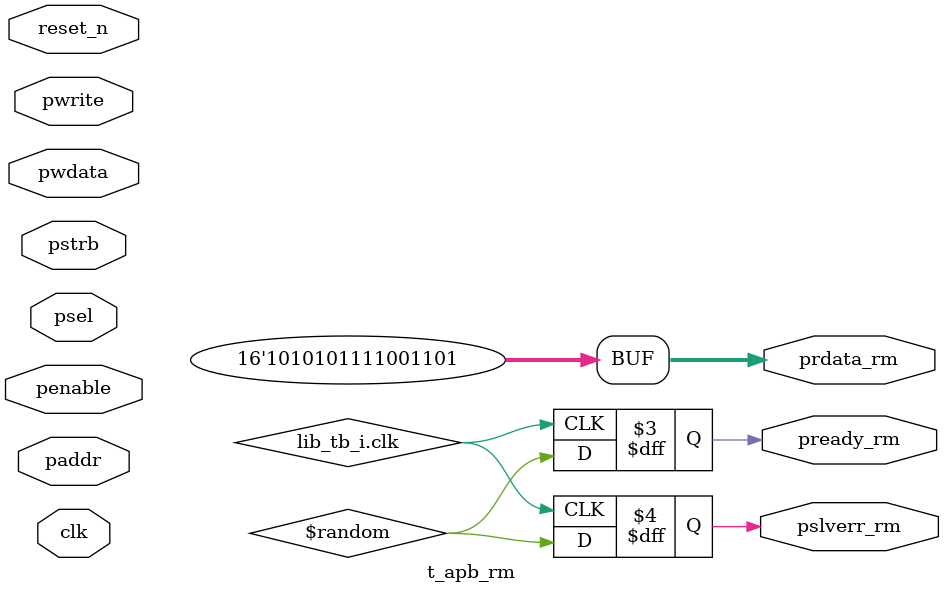
<source format=v>
module t_apb_rm ( input clk,
                  input reset_n,
                  input penable,
                  input [1:0] psel,
                  input [19:0] paddr,
                  input [15:0] pwdata,
                  input pwrite,
                  input [1:0] pstrb,
                 
                  output [15:0] prdata_rm,
                  output pready_rm,
                  output pslverr_rm
);

  initial begin
    prdata_rm = 16'hABCD;
    pready_rm = 0;
    pslverr_rm = 0;
  end
   always @(posedge lib_tb_i.clk)
  begin
    pready_rm = $random;
    pslverr_rm = $random;
  end 

endmodule


</source>
